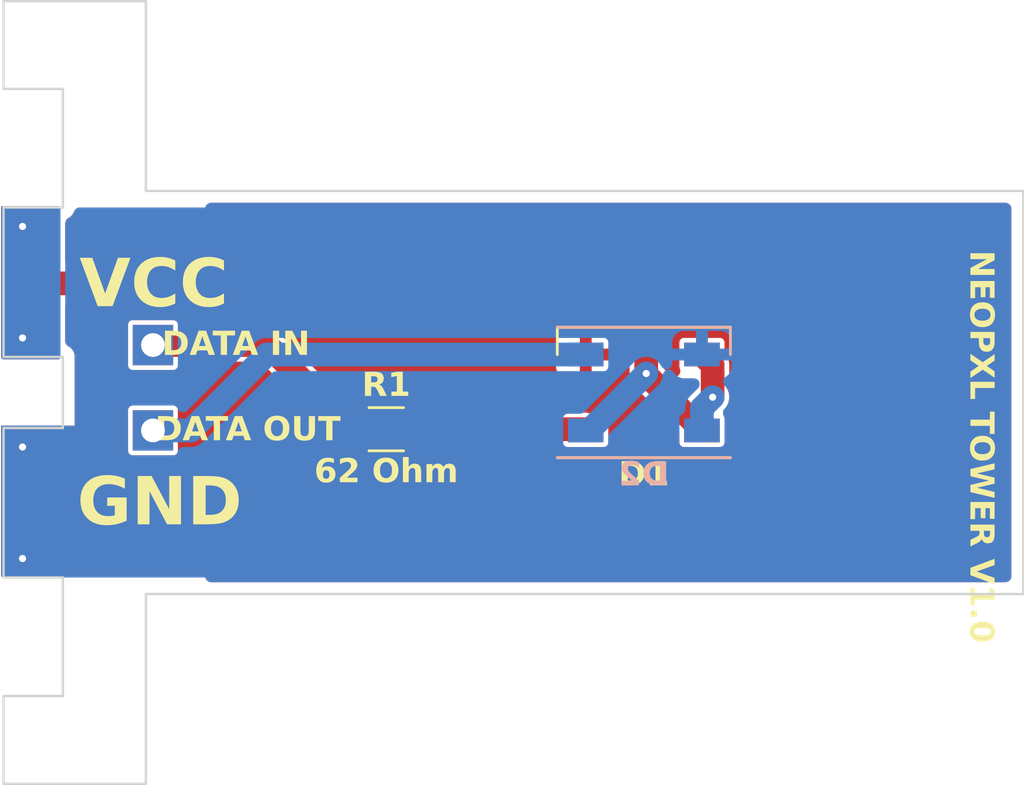
<source format=kicad_pcb>
(kicad_pcb (version 20240108) (generator "pcbnew") (generator_version "8.0")
  (layers (0 "F.Cu" signal) (31 "B.Cu" signal) (34 "B.Paste" user) (35 "F.Paste" user) (36 "B.SilkS" user "B.Silkscreen") (37 "F.SilkS" user "F.Silkscreen") (38 "B.Mask" user) (39 "F.Mask" user) (44 "Edge.Cuts" user))
  (net 0 "")
  (net 1 "GND")
  (net 2 "+5V")
  (net 3 "Net-(D1-DIN)")
  (net 4 "Net-(D1-DOUT)")
  (net 5 "Net-(D2-DOUT)")
  (net 6 "Net-(J1-Pin_1)")
  (footprint "LED_SMD:LED_SK6812_PLCC4_5.0x5.0mm_P3.2mm" (layer "F.Cu") (at 84.9 76.2 180)
    (property "Reference" "D1" (at 0 -3.5 0) (layer "F.SilkS"))
    (property "Value" "SK6812")
    (fp_line (start 3.65 2.75) (end 3.65 1.6) (stroke (width 0.12)) (layer "F.SilkS"))
    (fp_line (start -3.65 2.75) (end 3.65 2.75) (stroke (width 0.12)) (layer "F.SilkS"))
    (fp_line (start -3.65 -2.75) (end 3.65 -2.75) (stroke (width 0.12)) (layer "F.SilkS"))
    (pad "1" smd rect (at 2.45 1.6 180) (size 1.5 1) (layers "F.Cu" "F.Paste" "F.Mask") (net 1 "GND"))
    (pad "2" smd rect (at 2.45 -1.6 180) (size 1.5 1) (layers "F.Cu" "F.Paste" "F.Mask") (net 3 "Net-(D1-DIN)"))
    (pad "3" smd rect (at -2.45 -1.6 180) (size 1.5 1) (layers "F.Cu" "F.Paste" "F.Mask") (net 2 "+5V"))
    (pad "4" smd rect (at -2.45 1.6 180) (size 1.5 1) (layers "F.Cu" "F.Paste" "F.Mask") (net 4 "Net-(D1-DOUT)"))
  )
  (footprint "Resistor_SMD:R_1206_3216Metric" (layer "F.Cu") (at 74.0375 77.75)
    (property "Reference" "R1" (at 0 -1.82 0) (layer "F.SilkS"))
    (property "Value" "62 Ohm" (at 0 1.82 0) (layer "F.SilkS"))
    (fp_line (start -0.727064 -0.91) (end 0.727064 -0.91) (stroke (width 0.12)) (layer "F.SilkS"))
    (fp_line (start -0.727064 0.91) (end 0.727064 0.91) (stroke (width 0.12)) (layer "F.SilkS"))
    (pad "1" smd roundrect (at -1.4625 0) (size 1.125 1.75) (layers "F.Cu" "F.Paste" "F.Mask") (roundrect_rratio 0.222222) (net 6 "Net-(J1-Pin_1)"))
    (pad "2" smd roundrect (at 1.4625 0) (size 1.125 1.75) (layers "F.Cu" "F.Paste" "F.Mask") (roundrect_rratio 0.222222) (net 3 "Net-(D1-DIN)"))
  )
  (footprint "Connector_PinHeader_2.54mm:PinHeader_1x01_P2.54mm_Vertical" (layer "F.Cu") (at 64.2 74.2)
    (property "Reference" "DATA IN" (at 3.5 0 0) (layer "F.SilkS"))
    (property "Value" "DATA_IN")
    (pad "1" thru_hole rect (at 0 0) (size 1.7 1.7) (drill 1) (layers "*.Cu" "*.Mask") (net 6 "Net-(J1-Pin_1)"))
  )
  (footprint "Connector_PinHeader_2.54mm:PinHeader_1x01_P2.54mm_Vertical" (layer "F.Cu") (at 64.2 77.8)
    (property "Reference" "DATA OUT" (at 4 0 0) (layer "F.SilkS"))
    (property "Value" "DATA_OUT")
    (pad "1" thru_hole rect (at 0 0) (size 1.7 1.7) (drill 1) (layers "*.Cu" "*.Mask") (net 5 "Net-(D2-DOUT)"))
  )
  (footprint "LED_SMD:LED_SK6812_PLCC4_5.0x5.0mm_P3.2mm" (layer "B.Cu") (at 84.9 76.2)
    (property "Reference" "D2" (at 0 3.5 0) (layer "B.SilkS") (effects (justify mirror)))
    (property "Value" "SK6812")
    (fp_line (start 3.65 -2.75) (end -3.65 -2.75) (stroke (width 0.12)) (layer "B.SilkS"))
    (fp_line (start 3.65 -1.6) (end 3.65 -2.75) (stroke (width 0.12)) (layer "B.SilkS"))
    (fp_line (start 3.65 2.75) (end -3.65 2.75) (stroke (width 0.12)) (layer "B.SilkS"))
    (pad "1" smd rect (at 2.45 -1.6) (size 1.5 1) (layers "B.Cu" "B.Paste" "B.Mask") (net 1 "GND"))
    (pad "2" smd rect (at 2.45 1.6) (size 1.5 1) (layers "B.Cu" "B.Paste" "B.Mask") (net 4 "Net-(D1-DOUT)"))
    (pad "3" smd rect (at -2.45 1.6) (size 1.5 1) (layers "B.Cu" "B.Paste" "B.Mask") (net 2 "+5V"))
    (pad "4" smd rect (at -2.45 -1.6) (size 1.5 1) (layers "B.Cu" "B.Paste" "B.Mask") (net 5 "Net-(D2-DOUT)"))
  )
  (gr_rect (start 57.9 77.7) (end 61.1 83.9) (stroke (width 0.2)) (fill solid) (layer "F.Cu") (net 1))
  (gr_rect (start 57.9 68.45) (end 60.2 74.7) (stroke (width 0.2)) (fill solid) (layer "F.Cu") (net 2))
  (gr_rect (start 57.9 77.7) (end 61.1 83.9) (stroke (width 0.2)) (fill solid) (layer "B.Cu") (net 1))
  (gr_rect (start 57.9 68.45) (end 60.2 74.7) (stroke (width 0.2)) (fill solid) (layer "B.Cu") (net 2))
  (gr_line (start 63.9 92.7) (end 63.9 84.7) (stroke (width 0.1)) (layer "Edge.Cuts"))
  (gr_line (start 60.4 74.7) (end 60.4 77.7) (stroke (width 0.1)) (layer "Edge.Cuts"))
  (gr_line (start 63.9 67.7) (end 63.9 59.7) (stroke (width 0.1)) (layer "Edge.Cuts"))
  (gr_line (start 63.9 59.7) (end 57.9 59.7) (stroke (width 0.1)) (layer "Edge.Cuts"))
  (gr_line (start 57.9 92.7) (end 63.9 92.7) (stroke (width 0.1)) (layer "Edge.Cuts"))
  (gr_line (start 63.9 84.7) (end 100.9 84.7) (stroke (width 0.1)) (layer "Edge.Cuts"))
  (gr_line (start 60.4 77.7) (end 57.9 77.7) (stroke (width 0.1)) (layer "Edge.Cuts"))
  (gr_line (start 100.9 84.7) (end 100.9 67.7) (stroke (width 0.1)) (layer "Edge.Cuts"))
  (gr_line (start 57.9 84) (end 60.4 84) (stroke (width 0.1)) (layer "Edge.Cuts"))
  (gr_line (start 60.4 68.4) (end 57.9 68.4) (stroke (width 0.1)) (layer "Edge.Cuts"))
  (gr_line (start 60.4 63.4) (end 60.4 68.4) (stroke (width 0.1)) (layer "Edge.Cuts"))
  (gr_line (start 60.4 84) (end 60.4 89) (stroke (width 0.1)) (layer "Edge.Cuts"))
  (gr_line (start 57.9 74.7) (end 60.4 74.7) (stroke (width 0.1)) (layer "Edge.Cuts"))
  (gr_line (start 57.9 59.7) (end 57.9 63.4) (stroke (width 0.1)) (layer "Edge.Cuts"))
  (gr_line (start 60.4 89) (end 57.9 89) (stroke (width 0.1)) (layer "Edge.Cuts"))
  (gr_line (start 100.9 67.7) (end 63.9 67.7) (stroke (width 0.1)) (layer "Edge.Cuts"))
  (gr_line (start 57.9 77.7) (end 57.9 84) (stroke (width 0.1)) (layer "Edge.Cuts"))
  (gr_line (start 57.9 89) (end 57.9 92.7) (stroke (width 0.1)) (layer "Edge.Cuts"))
  (gr_line (start 57.9 68.4) (end 57.9 74.7) (stroke (width 0.1)) (layer "Edge.Cuts"))
  (gr_line (start 57.9 63.4) (end 60.4 63.4) (stroke (width 0.1)) (layer "Edge.Cuts"))
  (gr_text "NEOPXL TOWER V1.0" (at 98.5 70.2 -90) (layer "F.SilkS") (effects (font (size 1 1) (thickness 0.1)) (justify left bottom)))
  (gr_text "VCC" (at 61.1 72.9 0) (layer "F.SilkS") (effects (font (size 2 2) (thickness 0.1)) (justify left bottom)))
  (gr_text "GND" (at 61 82.1 0) (layer "F.SilkS") (effects (font (size 2 2) (thickness 0.1)) (justify left bottom)))
  (via (at 58.7 83.2) (size 0.6) (drill 0.3) (layers "F.Cu" "B.Cu") (net 1))
  (via (at 58.7 78.5) (size 0.6) (drill 0.3) (layers "F.Cu" "B.Cu") (net 1))
  (segment (start 59.3 71.6) (end 83.9 71.6) (width 1) (layer "F.Cu") (net 2))
  (segment (start 85 75.4) (end 85 72.7) (width 1) (layer "F.Cu") (net 2))
  (segment (start 85 75.45) (end 85 75.4) (width 1) (layer "F.Cu") (net 2))
  (segment (start 87.35 77.8) (end 85 75.45) (width 1) (layer "F.Cu") (net 2))
  (segment (start 87.2 77.8) (end 87.35 77.8) (width 1) (layer "F.Cu") (net 2))
  (segment (start 85 72.7) (end 83.9 71.6) (width 1) (layer "F.Cu") (net 2))
  (via (at 85 75.4) (size 0.6) (drill 0.3) (layers "F.Cu" "B.Cu") (net 2))
  (via (at 58.7 73.9) (size 0.6) (drill 0.3) (layers "F.Cu" "B.Cu") (net 2))
  (via (at 58.7 69.2) (size 0.6) (drill 0.3) (layers "F.Cu" "B.Cu") (net 2))
  (segment (start 82.6 77.8) (end 85 75.4) (width 1) (layer "B.Cu") (net 2))
  (segment (start 82.45 77.8) (end 82.6 77.8) (width 1) (layer "B.Cu") (net 2))
  (segment (start 75.5 77.75) (end 82.4 77.75) (width 1) (layer "F.Cu") (net 3))
  (segment (start 82.4 77.75) (end 82.45 77.8) (width 0.2) (layer "F.Cu") (net 3))
  (segment (start 87.8 76.4) (end 87.8 75.05) (width 1) (layer "F.Cu") (net 4))
  (segment (start 87.8 75.05) (end 87.35 74.6) (width 1) (layer "F.Cu") (net 4))
  (via (at 87.8 76.4) (size 0.6) (drill 0.3) (layers "F.Cu" "B.Cu") (net 4))
  (segment (start 87.35 76.85) (end 87.8 76.4) (width 1) (layer "B.Cu") (net 4))
  (segment (start 87.35 77.8) (end 87.35 76.85) (width 1) (layer "B.Cu") (net 4))
  (segment (start 65.8 77.8) (end 64.2 77.8) (width 1) (layer "B.Cu") (net 5))
  (segment (start 82.45 74.6) (end 69 74.6) (width 1) (layer "B.Cu") (net 5))
  (segment (start 69 74.6) (end 65.8 77.8) (width 1) (layer "B.Cu") (net 5))
  (segment (start 69.025 74.2) (end 64.2 74.2) (width 1) (layer "F.Cu") (net 6))
  (segment (start 72.575 77.75) (end 69.025 74.2) (width 1) (layer "F.Cu") (net 6))
  (zone (net 1) (net_name "GND") (layers "F&B.Cu") (priority 2) (connect_pads (clearance 0)) (min_thickness 0.5) (fill yes (thermal_gap 0.5) (thermal_bridge_width 0.5))
    (polygon (pts (xy 60.4 68.4) (xy 66.4 68.4) (xy 66.4 67.7) (xy 100.9 67.7) (xy 100.9 84.7) (xy 66.4 84.7) (xy 66.4 84) (xy 60.4 84)))
  )
)
</source>
